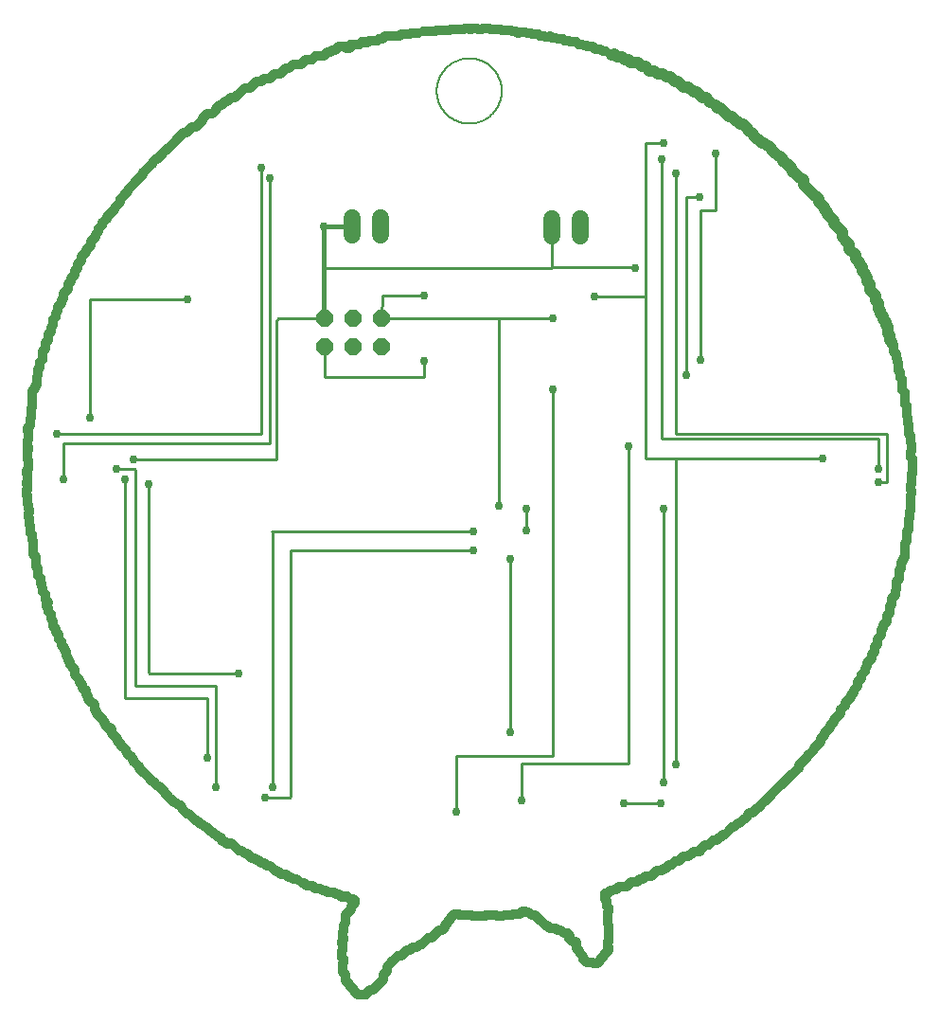
<source format=gbl>
G75*
%MOIN*%
%OFA0B0*%
%FSLAX25Y25*%
%IPPOS*%
%LPD*%
%AMOC8*
5,1,8,0,0,1.08239X$1,22.5*
%
%ADD10C,0.04000*%
%ADD11C,0.03200*%
%ADD12C,0.00800*%
%ADD13C,0.06000*%
%ADD14OC8,0.06000*%
%ADD15C,0.02978*%
%ADD16C,0.01000*%
%ADD17C,0.01600*%
D10*
X0271455Y0316976D02*
X0271947Y0316976D01*
X0273177Y0315746D01*
X0273915Y0315746D01*
X0275146Y0314516D01*
X0275392Y0314516D01*
X0276376Y0313531D01*
X0276376Y0313285D01*
X0277360Y0312301D01*
X0277606Y0312301D01*
X0279083Y0310825D01*
X0279575Y0310825D01*
X0280559Y0309841D01*
X0280559Y0309348D01*
X0281789Y0308118D01*
X0282035Y0308118D01*
X0282774Y0307380D01*
X0282774Y0307134D01*
X0283020Y0307134D01*
X0284004Y0306150D01*
X0284004Y0305657D01*
X0284742Y0304919D01*
X0284988Y0304919D01*
X0286465Y0303443D01*
X0286957Y0303443D01*
X0287941Y0302459D01*
X0287941Y0300982D01*
X0289171Y0299752D01*
X0289171Y0299506D01*
X0291878Y0296799D01*
X0292124Y0296799D01*
X0293108Y0295815D01*
X0293108Y0295077D01*
X0295077Y0293108D01*
X0295323Y0293108D01*
X0295323Y0292124D01*
X0296061Y0291386D01*
X0296061Y0290648D01*
X0298522Y0288187D01*
X0298522Y0287203D01*
X0301474Y0284250D01*
X0301474Y0282528D01*
X0302951Y0281051D01*
X0302951Y0280805D01*
X0303935Y0279821D01*
X0303935Y0278344D01*
X0306150Y0276130D01*
X0306150Y0274900D01*
X0307380Y0273669D01*
X0307380Y0272931D01*
X0308364Y0271947D01*
X0308364Y0270470D01*
X0309348Y0269486D01*
X0309348Y0269240D01*
X0310333Y0268256D01*
X0310333Y0267026D01*
X0311317Y0266041D01*
X0311317Y0263827D01*
X0313285Y0261858D01*
X0313285Y0260136D01*
X0314270Y0259152D01*
X0314270Y0257183D01*
X0315008Y0256445D01*
X0315008Y0255707D01*
X0315992Y0254722D01*
X0315992Y0253492D01*
X0316976Y0252508D01*
X0316976Y0251524D01*
X0317469Y0251031D01*
X0317469Y0248571D01*
X0318207Y0247833D01*
X0318207Y0246356D01*
X0318945Y0245618D01*
X0318945Y0245126D01*
X0271455Y0316976D02*
X0270224Y0318207D01*
X0270224Y0318453D01*
X0268256Y0320421D01*
X0268256Y0320667D01*
X0266533Y0322390D01*
X0265549Y0322390D01*
X0264565Y0323374D01*
X0264073Y0323374D01*
X0262350Y0325096D01*
X0261366Y0325096D01*
X0258413Y0328049D01*
X0257429Y0328049D01*
X0256691Y0328787D01*
X0254969Y0330018D02*
X0253492Y0331494D01*
X0252262Y0331494D01*
X0250293Y0333463D01*
X0249063Y0333463D01*
X0247094Y0335431D01*
X0245618Y0335431D01*
X0243650Y0337400D01*
X0242419Y0337400D01*
X0240943Y0338876D01*
X0239467Y0338876D01*
X0238236Y0340106D01*
X0237498Y0340106D01*
X0237252Y0339860D01*
X0236514Y0339860D01*
X0235283Y0341091D01*
X0233561Y0341091D01*
X0232085Y0342567D01*
X0230854Y0342567D01*
X0229378Y0344043D01*
X0226917Y0344043D01*
X0226179Y0344781D01*
X0224949Y0344781D01*
X0223719Y0346012D01*
X0222242Y0346012D01*
X0221258Y0346996D01*
X0221012Y0346750D01*
X0220274Y0346750D01*
D11*
X0068945Y0081494D02*
X0070667Y0079772D01*
X0071159Y0079772D01*
X0073374Y0077557D01*
X0073620Y0077557D01*
X0074112Y0077065D01*
X0074358Y0077065D01*
X0075343Y0076081D01*
X0075835Y0076081D01*
X0077065Y0074850D01*
X0077557Y0074850D01*
X0078049Y0074358D01*
X0078049Y0074112D01*
X0079033Y0073128D01*
X0079526Y0073128D01*
X0080510Y0072144D01*
X0080756Y0072144D01*
X0081740Y0071159D01*
X0082478Y0071159D01*
X0082724Y0070913D01*
X0082724Y0070421D01*
X0083217Y0069929D01*
X0083955Y0069929D01*
X0084939Y0068945D01*
X0085185Y0069191D01*
X0086169Y0069191D01*
X0086907Y0068453D01*
X0087154Y0068453D01*
X0088876Y0066730D01*
X0089860Y0066730D01*
X0091091Y0065500D01*
X0091829Y0065500D01*
X0093551Y0063778D01*
X0094535Y0063778D01*
X0095028Y0063285D01*
X0095766Y0063285D01*
X0096750Y0062301D01*
X0097980Y0062301D01*
X0098965Y0061317D01*
X0099703Y0061317D01*
X0100195Y0060825D01*
X0100441Y0060825D01*
X0101179Y0060087D01*
X0101425Y0060087D01*
X0102163Y0059348D01*
X0102902Y0059348D01*
X0103886Y0058364D01*
X0105362Y0058364D01*
X0106346Y0057380D01*
X0107331Y0057380D01*
X0108069Y0056642D01*
X0109299Y0056642D01*
X0109791Y0056150D01*
X0111022Y0055411D02*
X0112006Y0055411D01*
X0112990Y0054427D01*
X0114713Y0054427D01*
X0115697Y0053443D01*
X0117419Y0053443D01*
X0118404Y0052459D01*
X0119634Y0052459D01*
X0120126Y0051967D01*
X0122587Y0051967D01*
X0123325Y0051228D01*
X0124309Y0051228D01*
X0125293Y0050244D01*
X0125785Y0050244D01*
X0126031Y0050490D01*
X0127262Y0050490D01*
X0128000Y0049752D01*
X0129230Y0049752D01*
X0129722Y0049260D01*
X0129722Y0048276D01*
X0128492Y0047045D01*
X0128492Y0046061D01*
X0126524Y0044093D01*
X0126524Y0041140D01*
X0125785Y0040402D01*
X0125785Y0038187D01*
X0125539Y0037941D01*
X0125539Y0036219D01*
X0125785Y0035972D01*
X0125785Y0035234D01*
X0125293Y0034742D01*
X0125293Y0034004D01*
X0125539Y0033758D01*
X0125539Y0031543D01*
X0125293Y0031297D01*
X0125293Y0029083D01*
X0125785Y0028591D01*
X0125785Y0027114D01*
X0125539Y0026868D01*
X0125539Y0023915D01*
X0126524Y0022931D01*
X0126524Y0020963D01*
X0128000Y0019486D01*
X0128000Y0019240D01*
X0129476Y0017764D01*
X0129476Y0017272D01*
X0130707Y0016041D01*
X0132429Y0016041D01*
X0132675Y0015795D01*
X0133659Y0015795D01*
X0133906Y0016041D01*
X0133906Y0016287D01*
X0135136Y0017518D01*
X0136120Y0017518D01*
X0139811Y0021209D01*
X0139811Y0022931D01*
X0141041Y0024161D01*
X0141041Y0025638D01*
X0142518Y0027114D01*
X0142518Y0027360D01*
X0143256Y0028098D01*
X0143502Y0028098D01*
X0144978Y0029575D01*
X0146209Y0029575D01*
X0148177Y0031543D01*
X0149161Y0031543D01*
X0150146Y0032528D01*
X0151622Y0032528D01*
X0152852Y0033758D01*
X0153344Y0033758D01*
X0155559Y0035972D01*
X0156789Y0035972D01*
X0159496Y0038679D01*
X0160480Y0038679D01*
X0161465Y0039663D01*
X0161465Y0040156D01*
X0162449Y0041140D01*
X0162449Y0041632D01*
X0163433Y0042616D01*
X0163433Y0043108D01*
X0163925Y0043600D01*
X0164171Y0043600D01*
X0164909Y0044339D01*
X0166386Y0044339D01*
X0166632Y0044093D01*
X0170815Y0044093D01*
X0171307Y0043600D01*
X0175736Y0043600D01*
X0175982Y0043846D01*
X0179673Y0043846D01*
X0179919Y0043600D01*
X0181888Y0043600D01*
X0182380Y0044093D01*
X0185333Y0044093D01*
X0185579Y0044339D01*
X0187793Y0044339D01*
X0188778Y0045323D01*
X0190008Y0045323D01*
X0190254Y0045077D01*
X0190992Y0045077D01*
X0192222Y0043846D01*
X0193207Y0043846D01*
X0195175Y0041878D01*
X0195421Y0041878D01*
X0196898Y0040402D01*
X0197636Y0040402D01*
X0198620Y0039417D01*
X0200343Y0039417D01*
X0201081Y0038679D01*
X0202311Y0038679D01*
X0203541Y0037449D01*
X0204772Y0037449D01*
X0205510Y0036711D01*
X0205510Y0035972D01*
X0205264Y0035726D01*
X0205264Y0035480D01*
X0205510Y0035480D01*
X0206494Y0034496D01*
X0207478Y0034496D01*
X0207724Y0034250D01*
X0207724Y0032281D01*
X0208709Y0031297D01*
X0208709Y0030805D01*
X0210185Y0029329D01*
X0210185Y0028344D01*
X0210431Y0028344D01*
X0211415Y0027360D01*
X0211907Y0027360D01*
X0212154Y0027114D01*
X0213630Y0027114D01*
X0213876Y0026868D01*
X0215106Y0026868D01*
X0216337Y0028098D01*
X0216337Y0028344D01*
X0217567Y0029575D01*
X0217567Y0030067D01*
X0219043Y0031543D01*
X0219043Y0032528D01*
X0218797Y0032774D01*
X0218797Y0034496D01*
X0219043Y0034742D01*
X0219043Y0038925D01*
X0219289Y0039171D01*
X0219289Y0040402D01*
X0218797Y0040894D01*
X0218797Y0045077D01*
X0219043Y0045323D01*
X0219043Y0046553D01*
X0218551Y0047045D01*
X0218551Y0049014D01*
X0217813Y0049752D01*
X0217813Y0051474D01*
X0218797Y0051474D01*
X0219781Y0052459D01*
X0220520Y0052459D01*
X0221012Y0052951D01*
X0221996Y0052951D01*
X0222980Y0053935D01*
X0225441Y0053935D01*
X0227163Y0055657D01*
X0229132Y0055657D01*
X0230116Y0056642D01*
X0231100Y0056642D01*
X0232085Y0057626D01*
X0234299Y0057626D01*
X0236268Y0059594D01*
X0237744Y0059594D01*
X0238482Y0060333D01*
X0239220Y0060333D01*
X0240451Y0061563D01*
X0241435Y0061563D01*
X0242665Y0062793D01*
X0243896Y0062793D01*
X0245618Y0064516D01*
X0247094Y0064516D01*
X0247833Y0065254D01*
X0248325Y0065254D01*
X0249309Y0066238D01*
X0251031Y0066238D01*
X0251524Y0066730D01*
X0251524Y0066976D01*
X0253246Y0068699D01*
X0254476Y0068699D01*
X0255953Y0070175D01*
X0257183Y0070175D01*
X0258167Y0071159D01*
X0258413Y0071159D01*
X0259398Y0072144D01*
X0260136Y0072144D01*
X0261366Y0073620D02*
X0262596Y0074850D01*
X0263335Y0074850D01*
X0264811Y0076327D01*
X0265303Y0076327D01*
X0267026Y0078049D01*
X0267518Y0078049D01*
X0268256Y0078787D01*
X0268256Y0079280D01*
X0268994Y0080018D01*
X0269732Y0080018D01*
X0271455Y0081740D01*
X0271947Y0081740D01*
X0272685Y0082478D01*
X0272685Y0082724D01*
X0273915Y0083955D01*
X0274161Y0083955D01*
X0276376Y0086169D01*
X0276376Y0086415D01*
X0279575Y0089614D01*
X0279821Y0089614D01*
X0283758Y0093551D01*
X0284004Y0093551D01*
X0286219Y0095766D01*
X0286219Y0096504D01*
X0289171Y0099457D01*
X0289171Y0099949D01*
X0289909Y0100687D01*
X0290156Y0100687D01*
X0291632Y0102163D01*
X0291632Y0102656D01*
X0293846Y0104870D01*
X0293846Y0105854D01*
X0295323Y0107331D01*
X0295323Y0108069D01*
X0297045Y0109791D01*
X0297045Y0110530D01*
X0298522Y0112006D01*
X0298522Y0112498D01*
X0300982Y0114959D01*
X0300982Y0116189D01*
X0302459Y0117665D01*
X0302459Y0118650D01*
X0304427Y0120618D01*
X0304427Y0121356D01*
X0305411Y0122341D01*
X0305411Y0123079D01*
X0306888Y0124555D01*
X0306888Y0126031D01*
X0308118Y0127262D01*
X0308118Y0128492D01*
X0309348Y0129722D01*
X0309348Y0130461D01*
X0310333Y0131445D01*
X0310333Y0132675D01*
X0311809Y0134152D01*
X0311809Y0135628D01*
X0312793Y0136612D01*
X0312793Y0138335D01*
X0313778Y0139319D01*
X0313778Y0141041D01*
X0315254Y0142518D01*
X0315254Y0144240D01*
X0315992Y0144978D01*
X0315992Y0145963D01*
X0317222Y0147193D01*
X0317222Y0149407D01*
X0318207Y0150392D01*
X0318207Y0152606D01*
X0318945Y0153344D01*
X0318945Y0155313D01*
X0320175Y0156543D01*
X0320175Y0158020D01*
X0320667Y0158512D01*
X0320667Y0161219D01*
X0321652Y0162203D01*
X0321652Y0165402D01*
X0322144Y0165894D01*
X0322144Y0167862D01*
X0322882Y0168600D01*
X0322882Y0169339D01*
X0323374Y0169831D01*
X0323374Y0174752D01*
X0324112Y0175490D01*
X0324112Y0178935D01*
X0324850Y0179673D01*
X0324850Y0183364D01*
X0325096Y0183610D01*
X0325096Y0186071D01*
X0325343Y0186317D01*
X0325343Y0191730D01*
X0325835Y0192222D01*
X0325835Y0193207D01*
X0325589Y0193453D01*
X0325589Y0195421D01*
X0325835Y0195667D01*
X0325835Y0199112D01*
X0326081Y0199358D01*
X0326081Y0204526D01*
X0325589Y0205018D01*
X0325589Y0206986D01*
X0325835Y0207232D01*
X0325835Y0209693D01*
X0325343Y0210185D01*
X0325343Y0212646D01*
X0324850Y0213138D01*
X0324850Y0216583D01*
X0324604Y0216829D01*
X0324604Y0219043D01*
X0324112Y0219535D01*
X0324112Y0223226D01*
X0323620Y0223719D01*
X0323620Y0224703D01*
X0323374Y0224949D01*
X0323374Y0227902D01*
X0322636Y0228640D01*
X0322636Y0230608D01*
X0322390Y0230854D01*
X0322390Y0232577D01*
X0321898Y0233069D01*
X0321898Y0235037D01*
X0321159Y0235776D01*
X0321159Y0238236D01*
X0320913Y0238482D01*
X0320913Y0239467D01*
X0320421Y0239959D01*
X0320421Y0241435D01*
X0319437Y0242419D01*
X0319437Y0244634D01*
X0318945Y0245126D01*
X0218305Y0347980D02*
X0217075Y0347980D01*
X0216337Y0348719D01*
X0214614Y0348719D01*
X0213630Y0349703D01*
X0211661Y0349703D01*
X0211415Y0349949D01*
X0210431Y0349949D01*
X0209939Y0350441D01*
X0208463Y0350441D01*
X0207724Y0351179D01*
X0205510Y0351179D01*
X0205018Y0351671D01*
X0203541Y0351671D01*
X0203049Y0352163D01*
X0201081Y0352163D01*
X0200589Y0352656D01*
X0199112Y0352656D01*
X0198620Y0353148D01*
X0198374Y0352902D01*
X0196898Y0352902D01*
X0196406Y0353394D01*
X0194929Y0353394D01*
X0194437Y0353886D01*
X0192222Y0353886D01*
X0191976Y0354132D01*
X0190500Y0354132D01*
X0190008Y0354624D01*
X0187793Y0354624D01*
X0187547Y0354378D01*
X0187055Y0354378D01*
X0186563Y0354870D01*
X0185087Y0354870D01*
X0184841Y0355116D01*
X0183610Y0355116D01*
X0183364Y0355362D01*
X0181396Y0355362D01*
X0181150Y0355608D01*
X0177459Y0355608D01*
X0177213Y0355854D01*
X0174752Y0355854D01*
X0174506Y0355608D01*
X0173030Y0355608D01*
X0172783Y0355854D01*
X0171061Y0355854D01*
X0170815Y0355608D01*
X0170323Y0355608D01*
X0170077Y0355854D01*
X0168354Y0355854D01*
X0168108Y0355608D01*
X0163433Y0355608D01*
X0163187Y0355362D01*
X0161465Y0355362D01*
X0161219Y0355116D01*
X0158512Y0355116D01*
X0158266Y0354870D01*
X0153837Y0354870D01*
X0152114Y0354378D02*
X0149654Y0354378D01*
X0149161Y0353886D01*
X0146209Y0353886D01*
X0145470Y0353148D01*
X0140549Y0353148D01*
X0139565Y0352163D01*
X0138335Y0352163D01*
X0137843Y0351671D01*
X0134890Y0351671D01*
X0134152Y0350933D01*
X0133659Y0350933D01*
X0133413Y0351179D01*
X0132183Y0351179D01*
X0131445Y0350441D01*
X0128246Y0350441D01*
X0128738Y0349949D01*
X0128738Y0349703D01*
X0128000Y0348965D01*
X0126770Y0348965D01*
X0126278Y0349457D01*
X0124063Y0349457D01*
X0122833Y0348226D01*
X0121848Y0348226D01*
X0121110Y0347488D01*
X0120126Y0347488D01*
X0118896Y0346258D01*
X0115943Y0346258D01*
X0114713Y0345028D01*
X0112498Y0345028D01*
X0110776Y0343305D01*
X0108069Y0343305D01*
X0106593Y0341829D01*
X0105362Y0341829D01*
X0103640Y0340106D01*
X0101671Y0340106D01*
X0099703Y0338138D01*
X0097734Y0338138D01*
X0096750Y0337154D01*
X0095028Y0337154D01*
X0092813Y0334939D01*
X0091091Y0334939D01*
X0088630Y0332478D01*
X0088384Y0332478D01*
X0087400Y0331494D01*
X0086169Y0331494D01*
X0084939Y0330264D01*
X0084201Y0330264D01*
X0082970Y0329033D01*
X0082232Y0329033D01*
X0080756Y0327557D01*
X0080756Y0327065D01*
X0079526Y0325835D01*
X0077803Y0325835D01*
X0076081Y0324112D01*
X0076081Y0323620D01*
X0073866Y0321406D01*
X0072636Y0321406D01*
X0070421Y0319191D01*
X0069437Y0319191D01*
X0066976Y0316730D01*
X0066976Y0316484D01*
X0064516Y0314024D01*
X0064270Y0314024D01*
X0063285Y0313039D01*
X0063039Y0313039D01*
X0062301Y0312301D01*
X0062301Y0311809D01*
X0060333Y0309841D01*
X0059594Y0309841D01*
X0058364Y0308610D01*
X0058364Y0308364D01*
X0055165Y0305165D01*
X0055165Y0304673D01*
X0052213Y0301720D01*
X0052213Y0301474D01*
X0049752Y0299014D01*
X0049752Y0298522D01*
X0048522Y0297291D01*
X0048522Y0297045D01*
X0047291Y0295815D01*
X0047291Y0294831D01*
X0045077Y0292616D01*
X0045077Y0292370D01*
X0042370Y0289663D01*
X0042370Y0288925D01*
X0040894Y0287449D01*
X0040894Y0286711D01*
X0039663Y0285480D01*
X0039663Y0284496D01*
X0038433Y0283266D01*
X0038433Y0282528D01*
X0036957Y0281051D01*
X0036957Y0279575D01*
X0035234Y0277852D01*
X0035234Y0277360D01*
X0033512Y0275638D01*
X0033512Y0274407D01*
X0032035Y0272931D01*
X0032035Y0271455D01*
X0031051Y0270470D01*
X0031051Y0269240D01*
X0029821Y0268010D01*
X0029821Y0266780D01*
X0028837Y0265795D01*
X0028837Y0264319D01*
X0027114Y0262596D01*
X0027114Y0260874D01*
X0026376Y0260136D01*
X0026376Y0259152D01*
X0025146Y0257921D01*
X0025146Y0256445D01*
X0024407Y0255707D01*
X0024407Y0254230D01*
X0023669Y0253492D01*
X0023669Y0251524D01*
X0022685Y0250539D01*
X0022685Y0249309D01*
X0021701Y0248325D01*
X0021701Y0246356D01*
X0020717Y0245372D01*
X0020717Y0243157D01*
X0019732Y0242173D01*
X0019732Y0239220D01*
X0018994Y0238482D01*
X0018994Y0236760D01*
X0018256Y0236022D01*
X0018256Y0233807D01*
X0017764Y0233315D01*
X0017764Y0230608D01*
X0017026Y0229870D01*
X0017026Y0229132D01*
X0016287Y0228394D01*
X0016287Y0224211D01*
X0016041Y0223965D01*
X0016041Y0222488D01*
X0015795Y0222242D01*
X0015795Y0218797D01*
X0015549Y0218551D01*
X0015549Y0216337D01*
X0014565Y0215352D01*
X0014565Y0214368D01*
X0014811Y0214122D01*
X0014811Y0211169D01*
X0014565Y0210923D01*
X0014565Y0208955D01*
X0014811Y0208709D01*
X0014811Y0207724D01*
X0014565Y0207478D01*
X0014565Y0204280D01*
X0014811Y0204033D01*
X0014811Y0200835D01*
X0014319Y0200343D01*
X0014319Y0199112D01*
X0014565Y0198866D01*
X0014565Y0196652D01*
X0014319Y0196406D01*
X0014319Y0195667D01*
X0014565Y0195421D01*
X0014565Y0193699D01*
X0014319Y0193453D01*
X0014319Y0191730D01*
X0014565Y0191484D01*
X0014565Y0188531D01*
X0014811Y0188285D01*
X0014811Y0186809D01*
X0015057Y0186563D01*
X0015057Y0185579D01*
X0014811Y0185333D01*
X0014811Y0184102D01*
X0015303Y0183610D01*
X0015303Y0182872D01*
X0015057Y0182626D01*
X0015057Y0181396D01*
X0015549Y0180904D01*
X0015549Y0178443D01*
X0016041Y0177951D01*
X0016041Y0175982D01*
X0016533Y0175490D01*
X0016533Y0171061D01*
X0017518Y0170077D01*
X0017518Y0166632D01*
X0018256Y0165894D01*
X0018256Y0163433D01*
X0019240Y0162449D01*
X0019240Y0160726D01*
X0019486Y0160480D01*
X0019486Y0159496D01*
X0019978Y0159004D01*
X0019978Y0157528D01*
X0020717Y0156789D01*
X0020717Y0155067D01*
X0021701Y0154083D01*
X0021209Y0153591D01*
X0021209Y0152606D01*
X0021947Y0151868D01*
X0021947Y0150638D01*
X0022685Y0149900D01*
X0022685Y0148177D01*
X0023423Y0147439D01*
X0023423Y0145717D01*
X0024654Y0144486D01*
X0024654Y0143502D01*
X0025638Y0142518D01*
X0025638Y0141041D01*
X0026376Y0140303D01*
X0026376Y0139073D01*
X0027360Y0138089D01*
X0027360Y0137350D01*
X0028098Y0136612D01*
X0028098Y0135136D01*
X0028837Y0134398D01*
X0028837Y0133659D01*
X0029575Y0132921D01*
X0029575Y0131937D01*
X0030067Y0131445D01*
X0030067Y0131199D01*
X0031051Y0130215D01*
X0031051Y0128492D01*
X0032774Y0126770D01*
X0032774Y0126031D01*
X0033758Y0125047D01*
X0033758Y0123817D01*
X0034250Y0123325D01*
X0034742Y0123325D01*
X0035234Y0122833D01*
X0035234Y0121602D01*
X0035972Y0120864D01*
X0035972Y0119880D01*
X0037203Y0118650D01*
X0037449Y0118650D01*
X0038187Y0117911D01*
X0038187Y0116435D01*
X0038925Y0115697D01*
X0038925Y0114959D01*
X0041140Y0112744D01*
X0041140Y0112252D01*
X0041878Y0111514D01*
X0041878Y0111022D01*
X0043600Y0109299D01*
X0043600Y0109791D01*
X0044093Y0109299D01*
X0044093Y0107823D01*
X0045077Y0106839D01*
X0045323Y0106839D01*
X0046307Y0105854D01*
X0046307Y0105116D01*
X0047537Y0103886D01*
X0047537Y0103394D01*
X0048030Y0102902D01*
X0048276Y0102902D01*
X0049014Y0102163D01*
X0049014Y0101671D01*
X0049506Y0101179D01*
X0049506Y0100933D01*
X0050490Y0099949D01*
X0050736Y0099949D01*
X0051228Y0099457D01*
X0051228Y0099211D01*
X0051967Y0098472D01*
X0051967Y0097980D01*
X0053689Y0096258D01*
X0053689Y0095766D01*
X0055657Y0093797D01*
X0055904Y0093797D01*
X0057626Y0092075D01*
X0057626Y0091829D01*
X0058364Y0091091D01*
X0058856Y0091091D01*
X0059594Y0090352D01*
X0059594Y0090106D01*
X0060579Y0089122D01*
X0060825Y0089122D01*
X0062793Y0087154D01*
X0062793Y0086907D01*
X0063531Y0086169D01*
X0063778Y0086169D01*
X0064270Y0085677D01*
X0064270Y0085431D01*
X0064762Y0084939D01*
X0065008Y0084939D01*
X0066238Y0083709D01*
X0066484Y0083709D01*
X0067715Y0082478D01*
X0068453Y0082478D01*
X0068945Y0081986D01*
X0068945Y0081494D01*
D12*
X0158617Y0333955D02*
X0158620Y0334236D01*
X0158631Y0334517D01*
X0158648Y0334798D01*
X0158672Y0335078D01*
X0158703Y0335358D01*
X0158741Y0335637D01*
X0158786Y0335914D01*
X0158837Y0336191D01*
X0158895Y0336466D01*
X0158960Y0336740D01*
X0159032Y0337012D01*
X0159110Y0337282D01*
X0159195Y0337550D01*
X0159287Y0337816D01*
X0159385Y0338079D01*
X0159489Y0338341D01*
X0159600Y0338599D01*
X0159717Y0338855D01*
X0159841Y0339108D01*
X0159970Y0339357D01*
X0160106Y0339604D01*
X0160247Y0339847D01*
X0160395Y0340086D01*
X0160548Y0340322D01*
X0160707Y0340554D01*
X0160872Y0340782D01*
X0161043Y0341006D01*
X0161218Y0341225D01*
X0161399Y0341440D01*
X0161586Y0341651D01*
X0161777Y0341857D01*
X0161974Y0342058D01*
X0162175Y0342255D01*
X0162381Y0342446D01*
X0162592Y0342633D01*
X0162807Y0342814D01*
X0163026Y0342989D01*
X0163250Y0343160D01*
X0163478Y0343325D01*
X0163710Y0343484D01*
X0163946Y0343637D01*
X0164185Y0343785D01*
X0164428Y0343926D01*
X0164675Y0344062D01*
X0164924Y0344191D01*
X0165177Y0344315D01*
X0165433Y0344432D01*
X0165691Y0344543D01*
X0165953Y0344647D01*
X0166216Y0344745D01*
X0166482Y0344837D01*
X0166750Y0344922D01*
X0167020Y0345000D01*
X0167292Y0345072D01*
X0167566Y0345137D01*
X0167841Y0345195D01*
X0168118Y0345246D01*
X0168395Y0345291D01*
X0168674Y0345329D01*
X0168954Y0345360D01*
X0169234Y0345384D01*
X0169515Y0345401D01*
X0169796Y0345412D01*
X0170077Y0345415D01*
X0170358Y0345412D01*
X0170639Y0345401D01*
X0170920Y0345384D01*
X0171200Y0345360D01*
X0171480Y0345329D01*
X0171759Y0345291D01*
X0172036Y0345246D01*
X0172313Y0345195D01*
X0172588Y0345137D01*
X0172862Y0345072D01*
X0173134Y0345000D01*
X0173404Y0344922D01*
X0173672Y0344837D01*
X0173938Y0344745D01*
X0174201Y0344647D01*
X0174463Y0344543D01*
X0174721Y0344432D01*
X0174977Y0344315D01*
X0175230Y0344191D01*
X0175479Y0344062D01*
X0175726Y0343926D01*
X0175969Y0343785D01*
X0176208Y0343637D01*
X0176444Y0343484D01*
X0176676Y0343325D01*
X0176904Y0343160D01*
X0177128Y0342989D01*
X0177347Y0342814D01*
X0177562Y0342633D01*
X0177773Y0342446D01*
X0177979Y0342255D01*
X0178180Y0342058D01*
X0178377Y0341857D01*
X0178568Y0341651D01*
X0178755Y0341440D01*
X0178936Y0341225D01*
X0179111Y0341006D01*
X0179282Y0340782D01*
X0179447Y0340554D01*
X0179606Y0340322D01*
X0179759Y0340086D01*
X0179907Y0339847D01*
X0180048Y0339604D01*
X0180184Y0339357D01*
X0180313Y0339108D01*
X0180437Y0338855D01*
X0180554Y0338599D01*
X0180665Y0338341D01*
X0180769Y0338079D01*
X0180867Y0337816D01*
X0180959Y0337550D01*
X0181044Y0337282D01*
X0181122Y0337012D01*
X0181194Y0336740D01*
X0181259Y0336466D01*
X0181317Y0336191D01*
X0181368Y0335914D01*
X0181413Y0335637D01*
X0181451Y0335358D01*
X0181482Y0335078D01*
X0181506Y0334798D01*
X0181523Y0334517D01*
X0181534Y0334236D01*
X0181537Y0333955D01*
X0181534Y0333674D01*
X0181523Y0333393D01*
X0181506Y0333112D01*
X0181482Y0332832D01*
X0181451Y0332552D01*
X0181413Y0332273D01*
X0181368Y0331996D01*
X0181317Y0331719D01*
X0181259Y0331444D01*
X0181194Y0331170D01*
X0181122Y0330898D01*
X0181044Y0330628D01*
X0180959Y0330360D01*
X0180867Y0330094D01*
X0180769Y0329831D01*
X0180665Y0329569D01*
X0180554Y0329311D01*
X0180437Y0329055D01*
X0180313Y0328802D01*
X0180184Y0328553D01*
X0180048Y0328306D01*
X0179907Y0328063D01*
X0179759Y0327824D01*
X0179606Y0327588D01*
X0179447Y0327356D01*
X0179282Y0327128D01*
X0179111Y0326904D01*
X0178936Y0326685D01*
X0178755Y0326470D01*
X0178568Y0326259D01*
X0178377Y0326053D01*
X0178180Y0325852D01*
X0177979Y0325655D01*
X0177773Y0325464D01*
X0177562Y0325277D01*
X0177347Y0325096D01*
X0177128Y0324921D01*
X0176904Y0324750D01*
X0176676Y0324585D01*
X0176444Y0324426D01*
X0176208Y0324273D01*
X0175969Y0324125D01*
X0175726Y0323984D01*
X0175479Y0323848D01*
X0175230Y0323719D01*
X0174977Y0323595D01*
X0174721Y0323478D01*
X0174463Y0323367D01*
X0174201Y0323263D01*
X0173938Y0323165D01*
X0173672Y0323073D01*
X0173404Y0322988D01*
X0173134Y0322910D01*
X0172862Y0322838D01*
X0172588Y0322773D01*
X0172313Y0322715D01*
X0172036Y0322664D01*
X0171759Y0322619D01*
X0171480Y0322581D01*
X0171200Y0322550D01*
X0170920Y0322526D01*
X0170639Y0322509D01*
X0170358Y0322498D01*
X0170077Y0322495D01*
X0169796Y0322498D01*
X0169515Y0322509D01*
X0169234Y0322526D01*
X0168954Y0322550D01*
X0168674Y0322581D01*
X0168395Y0322619D01*
X0168118Y0322664D01*
X0167841Y0322715D01*
X0167566Y0322773D01*
X0167292Y0322838D01*
X0167020Y0322910D01*
X0166750Y0322988D01*
X0166482Y0323073D01*
X0166216Y0323165D01*
X0165953Y0323263D01*
X0165691Y0323367D01*
X0165433Y0323478D01*
X0165177Y0323595D01*
X0164924Y0323719D01*
X0164675Y0323848D01*
X0164428Y0323984D01*
X0164185Y0324125D01*
X0163946Y0324273D01*
X0163710Y0324426D01*
X0163478Y0324585D01*
X0163250Y0324750D01*
X0163026Y0324921D01*
X0162807Y0325096D01*
X0162592Y0325277D01*
X0162381Y0325464D01*
X0162175Y0325655D01*
X0161974Y0325852D01*
X0161777Y0326053D01*
X0161586Y0326259D01*
X0161399Y0326470D01*
X0161218Y0326685D01*
X0161043Y0326904D01*
X0160872Y0327128D01*
X0160707Y0327356D01*
X0160548Y0327588D01*
X0160395Y0327824D01*
X0160247Y0328063D01*
X0160106Y0328306D01*
X0159970Y0328553D01*
X0159841Y0328802D01*
X0159717Y0329055D01*
X0159600Y0329311D01*
X0159489Y0329569D01*
X0159385Y0329831D01*
X0159287Y0330094D01*
X0159195Y0330360D01*
X0159110Y0330628D01*
X0159032Y0330898D01*
X0158960Y0331170D01*
X0158895Y0331444D01*
X0158837Y0331719D01*
X0158786Y0331996D01*
X0158741Y0332273D01*
X0158703Y0332552D01*
X0158672Y0332832D01*
X0158648Y0333112D01*
X0158631Y0333393D01*
X0158620Y0333674D01*
X0158617Y0333955D01*
D13*
X0138906Y0289219D02*
X0138906Y0283219D01*
X0128906Y0283219D02*
X0128906Y0289219D01*
X0199033Y0288972D02*
X0199033Y0282972D01*
X0209033Y0282972D02*
X0209033Y0288972D01*
D14*
X0139230Y0254063D03*
X0129230Y0254063D03*
X0119230Y0254063D03*
X0119230Y0244063D03*
X0129230Y0244063D03*
X0139230Y0244063D03*
D15*
X0154112Y0239024D03*
X0154240Y0261799D03*
X0118896Y0286219D03*
X0099988Y0303384D03*
X0096789Y0306839D03*
X0070943Y0260520D03*
X0036652Y0218807D03*
X0025008Y0213305D03*
X0027183Y0197183D03*
X0045864Y0200894D03*
X0048807Y0197183D03*
X0051878Y0204378D03*
X0057252Y0195648D03*
X0088728Y0128856D03*
X0077980Y0099171D03*
X0080923Y0088935D03*
X0098197Y0085352D03*
X0100756Y0088807D03*
X0165500Y0080362D03*
X0188531Y0084329D03*
X0184437Y0108384D03*
X0224358Y0083305D03*
X0237409Y0083433D03*
X0238561Y0090598D03*
X0242911Y0096868D03*
X0184565Y0169161D03*
X0190195Y0179270D03*
X0190195Y0186947D03*
X0180598Y0187970D03*
X0171514Y0179014D03*
X0171514Y0172232D03*
X0199535Y0229043D03*
X0199604Y0253984D03*
X0214122Y0261543D03*
X0228640Y0271701D03*
X0251228Y0296602D03*
X0242911Y0305048D03*
X0237793Y0309781D03*
X0238561Y0315539D03*
X0256730Y0311957D03*
X0251356Y0239152D03*
X0246494Y0233906D03*
X0226278Y0209083D03*
X0238561Y0186947D03*
X0294604Y0204732D03*
X0314181Y0201022D03*
X0314309Y0196159D03*
D16*
X0317170Y0196159D01*
X0317170Y0213370D01*
X0242911Y0213370D01*
X0242911Y0305048D01*
X0237793Y0309781D02*
X0237793Y0211770D01*
X0314181Y0211770D01*
X0314181Y0201022D01*
X0294604Y0204604D02*
X0242911Y0204604D01*
X0242911Y0096868D01*
X0238561Y0090598D02*
X0238561Y0186947D01*
X0242911Y0204604D02*
X0232291Y0204604D01*
X0232291Y0261543D01*
X0214122Y0261543D01*
X0228561Y0271780D02*
X0199033Y0271780D01*
X0199112Y0271701D01*
X0119634Y0271701D01*
X0118896Y0272439D01*
X0119230Y0254063D02*
X0103000Y0254063D01*
X0102035Y0253098D01*
X0102035Y0204348D01*
X0051907Y0204348D01*
X0051878Y0204378D01*
X0052262Y0200894D02*
X0052390Y0200766D01*
X0052390Y0124890D01*
X0052518Y0124762D01*
X0080923Y0124762D01*
X0080923Y0088935D01*
X0077980Y0099171D02*
X0077980Y0120156D01*
X0077852Y0120283D01*
X0049063Y0120283D01*
X0048935Y0120411D01*
X0048935Y0197055D01*
X0048807Y0197183D01*
X0045864Y0200894D02*
X0052262Y0200894D01*
X0057252Y0195648D02*
X0057252Y0129112D01*
X0057508Y0128856D01*
X0088728Y0128856D01*
X0100756Y0088807D02*
X0100756Y0178758D01*
X0100500Y0179014D01*
X0171514Y0179014D01*
X0171514Y0172232D02*
X0107281Y0172232D01*
X0107154Y0172360D01*
X0107154Y0085608D01*
X0106898Y0085352D01*
X0098197Y0085352D01*
X0165500Y0080362D02*
X0165500Y0100067D01*
X0199535Y0100067D01*
X0199535Y0229043D01*
X0199604Y0253984D02*
X0180598Y0253984D01*
X0180598Y0187970D01*
X0190195Y0186947D02*
X0190195Y0179270D01*
X0184565Y0169161D02*
X0184565Y0108384D01*
X0184437Y0108384D01*
X0188404Y0097380D02*
X0188404Y0084329D01*
X0188531Y0084329D01*
X0188404Y0097380D02*
X0226278Y0097380D01*
X0226278Y0209083D01*
X0246494Y0233906D02*
X0246494Y0296602D01*
X0251228Y0296602D01*
X0251356Y0296602D01*
X0251356Y0291868D02*
X0256986Y0291868D01*
X0256986Y0311957D01*
X0256730Y0311957D01*
X0251356Y0291868D02*
X0251356Y0239152D01*
X0232291Y0261543D02*
X0232291Y0315539D01*
X0238561Y0315539D01*
X0228561Y0271780D02*
X0228640Y0271701D01*
X0199033Y0271780D02*
X0199033Y0285972D01*
X0180598Y0253984D02*
X0139309Y0253984D01*
X0139230Y0254063D01*
X0139526Y0261927D01*
X0154240Y0261799D01*
X0154112Y0239024D02*
X0154112Y0233138D01*
X0119230Y0233138D01*
X0119230Y0244063D01*
X0096789Y0213305D02*
X0025008Y0213305D01*
X0027183Y0209850D02*
X0099988Y0209850D01*
X0099988Y0303384D01*
X0096789Y0306839D02*
X0096789Y0213305D01*
X0070943Y0260520D02*
X0036652Y0260520D01*
X0036652Y0218807D01*
X0027183Y0209850D02*
X0027183Y0197183D01*
X0224358Y0083305D02*
X0237409Y0083305D01*
X0237409Y0083433D01*
X0294604Y0204604D02*
X0294604Y0204732D01*
D17*
X0128906Y0286219D02*
X0118896Y0286219D01*
X0118896Y0272439D01*
X0118896Y0259388D01*
X0119230Y0254063D01*
M02*

</source>
